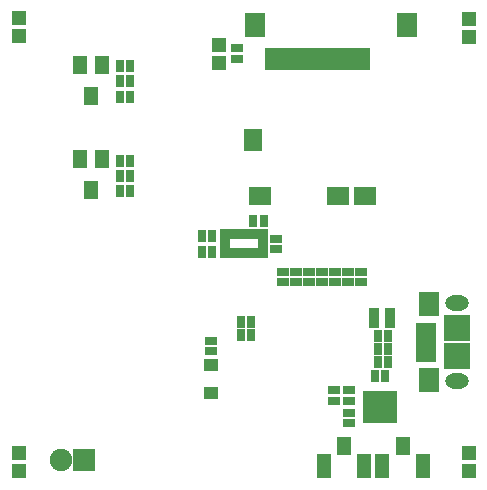
<source format=gbs>
G04 #@! TF.FileFunction,Soldermask,Bot*
%FSLAX46Y46*%
G04 Gerber Fmt 4.6, Leading zero omitted, Abs format (unit mm)*
G04 Created by KiCad (PCBNEW 4.1.0-alpha+201607160317+6981~46~ubuntu14.04.1-product) date Fri Jul 22 01:01:49 2016*
%MOMM*%
%LPD*%
G01*
G04 APERTURE LIST*
%ADD10C,0.100000*%
%ADD11R,0.800000X1.000000*%
%ADD12R,1.000000X0.800000*%
%ADD13R,2.300000X2.300000*%
%ADD14R,1.800000X2.000000*%
%ADD15R,1.750000X0.800000*%
%ADD16O,2.000000X1.300000*%
%ADD17R,1.900000X1.900000*%
%ADD18C,1.900000*%
%ADD19R,1.200000X1.000000*%
%ADD20R,1.200000X1.600000*%
%ADD21R,1.200000X2.100000*%
%ADD22R,1.200000X1.500000*%
%ADD23R,0.850000X0.700000*%
%ADD24R,0.900000X0.900000*%
%ADD25R,1.100000X0.650000*%
%ADD26R,1.040000X1.600000*%
%ADD27R,1.800000X2.100000*%
%ADD28R,1.200000X1.900000*%
%ADD29R,1.550000X1.900000*%
%ADD30R,1.900000X1.550000*%
%ADD31R,1.197560X1.197560*%
%ADD32R,1.150000X1.200000*%
G04 APERTURE END LIST*
D10*
D11*
X138050000Y-102450000D03*
X137150000Y-102450000D03*
D12*
X136800000Y-78150000D03*
X136800000Y-79050000D03*
X140150000Y-95152932D03*
X140150000Y-94252932D03*
D11*
X139100000Y-92752932D03*
X138200000Y-92752932D03*
D12*
X146350000Y-109000000D03*
X146350000Y-109900000D03*
X146350000Y-108000000D03*
X146350000Y-107100000D03*
D13*
X155500000Y-104225000D03*
X155500000Y-101825000D03*
D14*
X153050000Y-99825000D03*
X153050000Y-106225000D03*
D15*
X152825000Y-101725000D03*
X152825000Y-102375000D03*
X152825000Y-104325000D03*
X152825000Y-103675000D03*
X152825000Y-103025000D03*
D16*
X155500000Y-106325000D03*
X155500000Y-99725000D03*
D17*
X123900000Y-113000000D03*
D18*
X121900000Y-113000000D03*
D19*
X134625000Y-107325000D03*
X134625000Y-104925000D03*
D12*
X134600000Y-103800000D03*
X134600000Y-102900000D03*
D20*
X124450000Y-82150000D03*
X125400000Y-79550000D03*
X123500000Y-79550000D03*
X124450000Y-90150000D03*
X125400000Y-87550000D03*
X123500000Y-87550000D03*
D11*
X137150000Y-101350000D03*
X138050000Y-101350000D03*
D12*
X142950000Y-97950000D03*
X142950000Y-97050000D03*
X141850000Y-97950000D03*
X141850000Y-97050000D03*
X140740000Y-97050000D03*
X140740000Y-97950000D03*
D11*
X149650000Y-104700000D03*
X148750000Y-104700000D03*
X149650000Y-103600000D03*
X148750000Y-103600000D03*
D12*
X147350000Y-97950000D03*
X147350000Y-97050000D03*
X146250000Y-97950000D03*
X146250000Y-97050000D03*
X145150000Y-97950000D03*
X145150000Y-97050000D03*
X144050000Y-97050000D03*
X144050000Y-97950000D03*
D11*
X148750000Y-102500000D03*
X149650000Y-102500000D03*
X133850000Y-95352932D03*
X134750000Y-95352932D03*
X133850000Y-94052932D03*
X134750000Y-94052932D03*
X149400000Y-105900000D03*
X148500000Y-105900000D03*
D12*
X145050000Y-108000000D03*
X145050000Y-107100000D03*
D11*
X126900000Y-82250000D03*
X127800000Y-82250000D03*
X126900000Y-90250000D03*
X127800000Y-90250000D03*
X126900000Y-80950000D03*
X127800000Y-80950000D03*
X126900000Y-88950000D03*
X127800000Y-88950000D03*
X126900000Y-79650000D03*
X127800000Y-79650000D03*
X126900000Y-87650000D03*
X127800000Y-87650000D03*
D21*
X147600000Y-113500000D03*
X144200000Y-113500000D03*
D22*
X145900000Y-111850000D03*
D21*
X152550000Y-113500000D03*
X149150000Y-113500000D03*
D22*
X150850000Y-111850000D03*
D23*
X148450000Y-101500000D03*
X148450000Y-101000000D03*
X148450000Y-100500000D03*
X149800000Y-100500000D03*
X149800000Y-101000000D03*
X149800000Y-101500000D03*
D24*
X139000000Y-93902932D03*
X138200000Y-93902932D03*
X137400000Y-93902932D03*
X136600000Y-93902932D03*
X135800000Y-93902932D03*
X135800000Y-94702932D03*
X135800000Y-95502932D03*
X136600000Y-95502932D03*
X137400000Y-95502932D03*
X138200000Y-95502932D03*
X139000000Y-95502932D03*
X139000000Y-94702932D03*
D25*
X149875000Y-107500000D03*
X149875000Y-108000000D03*
X149875000Y-108500000D03*
X149875000Y-109000000D03*
X149875000Y-109500000D03*
X148025000Y-109500000D03*
X148025000Y-109000000D03*
X148025000Y-108500000D03*
X148025000Y-108000000D03*
X148025000Y-107500000D03*
D26*
X148950000Y-109100000D03*
X148950000Y-107900000D03*
D27*
X138350000Y-76150000D03*
D28*
X143100000Y-79050000D03*
X142000000Y-79050000D03*
X139800000Y-79050000D03*
X140900000Y-79050000D03*
X145300000Y-79050000D03*
X144200000Y-79050000D03*
X146400000Y-79050000D03*
X147500000Y-79050000D03*
D27*
X151250000Y-76150000D03*
D29*
X138225000Y-85900000D03*
D30*
X138800000Y-90625000D03*
X145400000Y-90625000D03*
X147700000Y-90625000D03*
D31*
X156450000Y-75650000D03*
X156450000Y-77148600D03*
X118350000Y-75600700D03*
X118350000Y-77099300D03*
X118350000Y-112400700D03*
X118350000Y-113899300D03*
X156450000Y-112400000D03*
X156450000Y-113898600D03*
D32*
X135350000Y-77850000D03*
X135350000Y-79350000D03*
M02*

</source>
